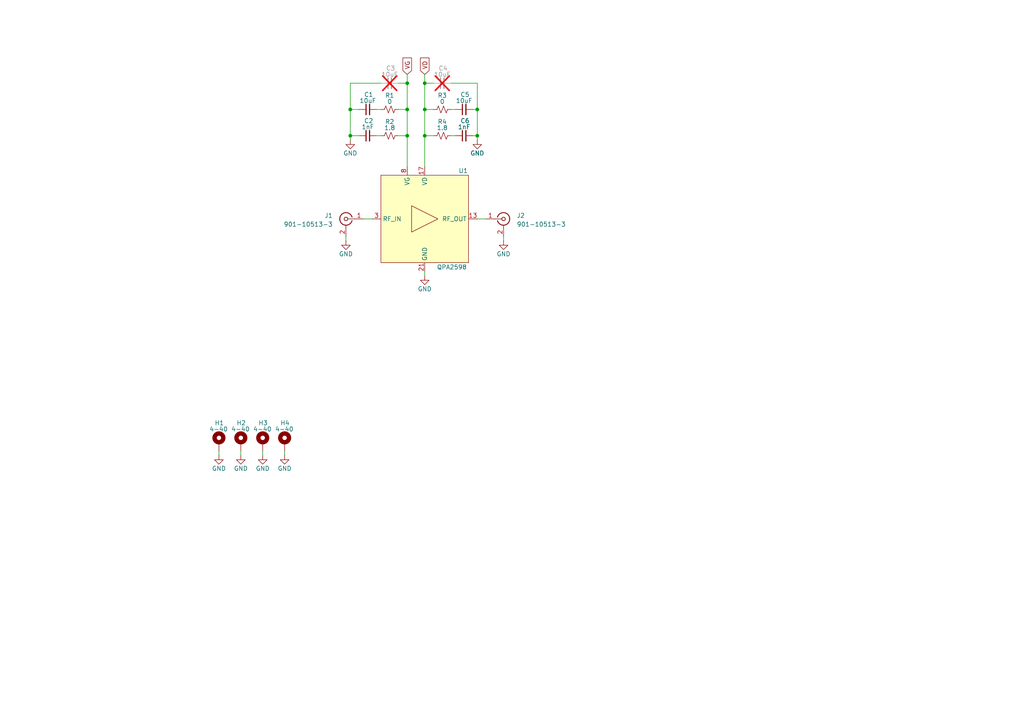
<source format=kicad_sch>
(kicad_sch (version 20231120) (generator "eeschema") (generator_version "8.0")
  (paper "A4")
  (title_block (title "X-Band 4W Amplifier") (date "2024-06-16") (rev "v1.0") (company "openEPR") (comment 1 "Timothy Keller"))
  (lib_symbols
    (symbol "Connector:Conn_Coaxial" (pin_names (offset 1.016) hide)
      (property "Reference" "J" (at 0.254 3.048 0))
      (property "Value" "Conn_Coaxial" (at 2.921 0 90))
      (symbol "Conn_Coaxial_0_1"
        (arc (start -1.778 -0.508) (mid 0.2311 -1.8066) (end 1.778 0) (stroke (width 0.254)))
        (polyline (pts (xy -2.54 0) (xy -0.508 0)))
        (polyline (pts (xy 0 -2.54) (xy 0 -1.778)))
        (circle (center 0 0) (radius 0.508) (stroke (width 0.2032)))
        (arc (start 1.778 0) (mid 0.2099 1.8101) (end -1.778 0.508) (stroke (width 0.254)))
      )
      (symbol "Conn_Coaxial_1_1"
        (pin passive line (at -5.08 0 0) (length 2.54) (name "In") (number "1"))
        (pin passive line (at 0 -5.08 90) (length 2.54) (name "Ext") (number "2"))
      )
    )
    (symbol "Device:C_Small" (pin_numbers hide) (pin_names (offset 0.254) hide)
      (property "Reference" "C" (at 0.254 1.778 0))
      (property "Value" "C_Small" (at 0.254 -2.032 0))
      (symbol "C_Small_0_1"
        (polyline (pts (xy -1.524 -0.508) (xy 1.524 -0.508)) (stroke (width 0.3302)))
        (polyline (pts (xy -1.524 0.508) (xy 1.524 0.508)) (stroke (width 0.3048)))
      )
      (symbol "C_Small_1_1"
        (pin passive line (at 0 2.54 270) (length 2.032) (name "~") (number "1"))
        (pin passive line (at 0 -2.54 90) (length 2.032) (name "~") (number "2"))
      )
    )
    (symbol "Device:R_Small_US" (pin_numbers hide) (pin_names (offset 0.254) hide)
      (property "Reference" "R" (at 0.762 0.508 0))
      (property "Value" "R_Small_US" (at 0.762 -1.016 0))
      (symbol "R_Small_US_1_1"
        (polyline (pts (xy 0 0) (xy 1.016 -0.381) (xy 0 -0.762) (xy -1.016 -1.143) (xy 0 -1.524)))
        (polyline (pts (xy 0 1.524) (xy 1.016 1.143) (xy 0 0.762) (xy -1.016 0.381) (xy 0 0)))
        (pin passive line (at 0 2.54 270) (length 1.016) (name "~") (number "1"))
        (pin passive line (at 0 -2.54 90) (length 1.016) (name "~") (number "2"))
      )
    )
    (symbol "Mechanical:MountingHole_Pad" (pin_numbers hide) (pin_names (offset 1.016) hide)
      (property "Reference" "H" (at 0 6.35 0))
      (property "Value" "MountingHole_Pad" (at 0 4.445 0))
      (symbol "MountingHole_Pad_0_1"
        (circle (center 0 1.27) (radius 1.27) (stroke (width 1.27)))
      )
      (symbol "MountingHole_Pad_1_1"
        (pin input line (at 0 -2.54 90) (length 2.54) (name "1") (number "1"))
      )
    )
    (symbol "_tim-RF:QPA2598"
      (property "Reference" "U" (at 11.43 13.716 0))
      (property "Value" "QPA2598" (at 7.874 -13.97 0))
      (symbol "QPA2598_1_1"
        (rectangle (start -12.7 12.7) (end 12.7 -12.7) (fill (type background)))
        (polyline (pts (xy -3.81 3.81) (xy -3.81 -3.81) (xy 3.81 0) (xy -3.81 3.81)))
        (pin power_in line (at 0 -15.24 90) (length 2.54) hide (name "NC") (number "1"))
        (pin power_in line (at 0 -15.24 90) (length 2.54) hide (name "NC") (number "10"))
        (pin power_in line (at 0 -15.24 90) (length 2.54) hide (name "NC") (number "11"))
        (pin power_in line (at 0 -15.24 90) (length 2.54) hide (name "NC") (number "12"))
        (pin output line (at 15.24 0 180) (length 2.54) (name "RF_OUT") (number "13"))
        (pin power_in line (at 0 -15.24 90) (length 2.54) hide (name "NC") (number "14"))
        (pin power_in line (at 0 -15.24 90) (length 2.54) hide (name "NC") (number "15"))
        (pin power_in line (at 16.51 -15.24 90) (length 2.54) hide (name "NC") (number "16"))
        (pin power_in line (at 0 15.24 270) (length 2.54) (name "VD") (number "17"))
        (pin power_in line (at 0 -15.24 90) (length 2.54) hide (name "NC") (number "18"))
        (pin power_in line (at 16.51 -15.24 90) (length 2.54) hide (name "NC") (number "19"))
        (pin power_in line (at 0 -15.24 90) (length 2.54) hide (name "NC") (number "2"))
        (pin power_in line (at 0 -15.24 90) (length 2.54) hide (name "NC") (number "20"))
        (pin power_in line (at 0 -15.24 90) (length 2.54) (name "GND") (number "21"))
        (pin input line (at -15.24 0 0) (length 2.54) (name "RF_IN") (number "3"))
        (pin power_in line (at 0 -15.24 90) (length 2.54) hide (name "NC") (number "4"))
        (pin power_in line (at 0 -15.24 90) (length 2.54) hide (name "NC") (number "5"))
        (pin power_in line (at 0 -15.24 90) (length 2.54) hide (name "NC") (number "6"))
        (pin power_in line (at 0 -15.24 90) (length 2.54) hide (name "NC") (number "7"))
        (pin power_in line (at -5.08 15.24 270) (length 2.54) (name "VG") (number "8"))
        (pin power_in line (at 0 -15.24 90) (length 2.54) hide (name "NC") (number "9"))
      )
    )
    (symbol "power:GND" (power) (pin_numbers hide) (pin_names (offset 0) hide)
      (property "Value" "GND" (at 0 -3.81 0))
      (symbol "GND_0_1"
        (polyline (pts (xy 0 0) (xy 0 -1.27) (xy 1.27 -1.27) (xy 0 -2.54) (xy -1.27 -1.27) (xy 0 -1.27)))
      )
      (symbol "GND_1_1"
        (pin power_in line (at 0 0 270) (length 0) (name "~") (number "1"))
      )
    )
  )
  (junction (at 118.11 31.75))
  (junction (at 101.6 39.37))
  (junction (at 123.19 24.13))
  (junction (at 123.19 39.37))
  (junction (at 138.43 31.75))
  (junction (at 118.11 24.13))
  (junction (at 123.19 31.75))
  (junction (at 138.43 39.37))
  (junction (at 118.11 39.37))
  (junction (at 101.6 31.75))
  (wire (pts (xy 123.19 31.75) (xy 125.73 31.75)))
  (wire (pts (xy 82.55 130.81) (xy 82.55 132.08)))
  (wire (pts (xy 105.41 63.5) (xy 107.95 63.5)))
  (wire (pts (xy 110.49 24.13) (xy 101.6 24.13)))
  (wire (pts (xy 115.57 31.75) (xy 118.11 31.75)))
  (wire (pts (xy 137.16 31.75) (xy 138.43 31.75)))
  (wire (pts (xy 101.6 39.37) (xy 104.14 39.37)))
  (wire (pts (xy 101.6 31.75) (xy 101.6 39.37)))
  (wire (pts (xy 109.22 39.37) (xy 110.49 39.37)))
  (wire (pts (xy 138.43 24.13) (xy 138.43 31.75)))
  (wire (pts (xy 138.43 63.5) (xy 140.97 63.5)))
  (wire (pts (xy 63.5 130.81) (xy 63.5 132.08)))
  (wire (pts (xy 104.14 31.75) (xy 101.6 31.75)))
  (wire (pts (xy 138.43 31.75) (xy 138.43 39.37)))
  (wire (pts (xy 123.19 39.37) (xy 123.19 48.26)))
  (wire (pts (xy 118.11 24.13) (xy 118.11 31.75)))
  (wire (pts (xy 123.19 24.13) (xy 123.19 31.75)))
  (wire (pts (xy 123.19 78.74) (xy 123.19 80.01)))
  (wire (pts (xy 118.11 31.75) (xy 118.11 39.37)))
  (wire (pts (xy 123.19 21.59) (xy 123.19 24.13)))
  (wire (pts (xy 118.11 21.59) (xy 118.11 24.13)))
  (wire (pts (xy 115.57 24.13) (xy 118.11 24.13)))
  (wire (pts (xy 101.6 40.64) (xy 101.6 39.37)))
  (wire (pts (xy 123.19 24.13) (xy 125.73 24.13)))
  (wire (pts (xy 130.81 24.13) (xy 138.43 24.13)))
  (wire (pts (xy 76.2 130.81) (xy 76.2 132.08)))
  (wire (pts (xy 100.33 68.58) (xy 100.33 69.85)))
  (wire (pts (xy 123.19 31.75) (xy 123.19 39.37)))
  (wire (pts (xy 137.16 39.37) (xy 138.43 39.37)))
  (wire (pts (xy 132.08 39.37) (xy 130.81 39.37)))
  (wire (pts (xy 125.73 39.37) (xy 123.19 39.37)))
  (wire (pts (xy 146.05 68.58) (xy 146.05 69.85)))
  (wire (pts (xy 115.57 39.37) (xy 118.11 39.37)))
  (wire (pts (xy 109.22 31.75) (xy 110.49 31.75)))
  (wire (pts (xy 118.11 39.37) (xy 118.11 48.26)))
  (wire (pts (xy 138.43 39.37) (xy 138.43 40.64)))
  (wire (pts (xy 101.6 24.13) (xy 101.6 31.75)))
  (wire (pts (xy 69.85 130.81) (xy 69.85 132.08)))
  (wire (pts (xy 130.81 31.75) (xy 132.08 31.75)))
  (global_label "VD" (shape input) (at 123.19 21.59 90) (property "Intersheetrefs" "${INTERSHEET_REFS}" (effects (hide yes))))
  (global_label "VG" (shape input) (at 118.11 21.59 90) (property "Intersheetrefs" "${INTERSHEET_REFS}" (effects (hide yes))))
  (symbol (lib_id "Device:C_Small") (at 134.62 39.37 90) (unit 1)
    (property "Reference" "C6" (at 134.874 35.052 90))
    (property "Value" "1nF" (at 134.62 36.83 90))
    (property "Footprint" "Capacitor_SMD:C_0402_1005Metric" (effects (hide yes)))
    (property "Description" "Unpolarized capacitor, small symbol" (effects (hide yes)))
  )
  (symbol (lib_id "Device:C_Small") (at 106.68 39.37 90) (unit 1)
    (property "Reference" "C2" (at 106.934 35.052 90))
    (property "Value" "1nF" (at 106.68 36.83 90))
    (property "Footprint" "Capacitor_SMD:C_0402_1005Metric" (effects (hide yes)))
    (property "Description" "Unpolarized capacitor, small symbol" (effects (hide yes)))
  )
  (symbol (lib_id "_tim-RF:QPA2598") (at 123.19 63.5 0) (unit 1)
    (property "Reference" "U1" (at 134.366 49.53 0))
    (property "Value" "QPA2598" (at 131.064 77.47 0))
    (property "Footprint" "Package_DFN_QFN:QFN-20-1EP_4x4mm_P0.5mm_EP2.5x2.5mm_ThermalVias" (effects (hide yes)))
    (property "Datasheet" "https://www.mouser.com/datasheet/2/412/QPA2598_Data_Sheet-1730038.pdf" (effects (hide yes)))
    (property "Description" "6 - 12 GHz, 2.5 Watt GaN Power Amplifier" (effects (hide yes)))
  )
  (symbol (lib_id "Device:R_Small_US") (at 113.03 39.37 90) (unit 1)
    (property "Reference" "R2" (at 113.03 35.306 90))
    (property "Value" "1.8" (at 113.03 37.084 90))
    (property "Footprint" "Resistor_SMD:R_0402_1005Metric" (effects (hide yes)))
    (property "Description" "Resistor, small US symbol" (effects (hide yes)))
  )
  (symbol (lib_id "power:GND") (at 146.05 69.85 0) (unit 1)
    (property "Reference" "#PWR011" (effects (hide yes)))
    (property "Value" "GND" (at 146.05 73.66 0))
    (property "Description" "Power symbol creates a global label with name \"GND\" , ground" (effects (hide yes)))
  )
  (symbol (lib_id "power:GND") (at 123.19 80.01 0) (unit 1)
    (property "Reference" "#PWR09" (effects (hide yes)))
    (property "Value" "GND" (at 123.19 83.82 0))
    (property "Description" "Power symbol creates a global label with name \"GND\" , ground" (effects (hide yes)))
  )
  (symbol (lib_id "power:GND") (at 138.43 40.64 0) (unit 1)
    (property "Reference" "#PWR010" (effects (hide yes)))
    (property "Value" "GND" (at 138.43 44.45 0))
    (property "Description" "Power symbol creates a global label with name \"GND\" , ground" (effects (hide yes)))
  )
  (symbol (lib_id "Device:R_Small_US") (at 113.03 31.75 90) (unit 1)
    (property "Reference" "R1" (at 113.03 27.686 90))
    (property "Value" "0" (at 113.03 29.464 90))
    (property "Footprint" "Resistor_SMD:R_0402_1005Metric" (effects (hide yes)))
    (property "Description" "Resistor, small US symbol" (effects (hide yes)))
  )
  (symbol (lib_id "Connector:Conn_Coaxial") (at 146.05 63.5 0) (unit 1)
    (property "Reference" "J2" (at 149.86 62.5231 0) (effects (justify left)))
    (property "Value" "901-10513-3" (at 149.86 65.0631 0) (effects (justify left)))
    (property "Footprint" "_tim-RF:AMPHENOL_901-10513-3_EDGE_LAUNCH_Female" (effects (hide yes)))
    (property "Datasheet" " ~" (effects (hide yes)))
    (property "Description" "coaxial connector (BNC, SMA, SMB, SMC, Cinch/RCA, LEMO, ...)" (effects (hide yes)))
  )
  (symbol (lib_id "Device:C_Small") (at 113.03 24.13 90) (unit 1) (dnp yes)
    (property "Reference" "C3" (at 113.284 19.812 90))
    (property "Value" "10uF" (at 113.03 21.59 90))
    (property "Footprint" "Capacitor_SMD:C_0805_2012Metric" (effects (hide yes)))
    (property "Description" "Unpolarized capacitor, small symbol" (effects (hide yes)))
  )
  (symbol (lib_id "power:GND") (at 100.33 69.85 0) (unit 1)
    (property "Reference" "#PWR07" (effects (hide yes)))
    (property "Value" "GND" (at 100.33 73.66 0))
    (property "Description" "Power symbol creates a global label with name \"GND\" , ground" (effects (hide yes)))
  )
  (symbol (lib_id "power:GND") (at 82.55 132.08 0) (unit 1)
    (property "Reference" "#PWR04" (effects (hide yes)))
    (property "Value" "GND" (at 82.55 135.89 0))
    (property "Description" "Power symbol creates a global label with name \"GND\" , ground" (effects (hide yes)))
  )
  (symbol (lib_id "Device:C_Small") (at 128.27 24.13 90) (unit 1) (dnp yes)
    (property "Reference" "C4" (at 128.524 19.812 90))
    (property "Value" "10uF" (at 128.27 21.59 90))
    (property "Footprint" "Capacitor_SMD:C_0805_2012Metric" (effects (hide yes)))
    (property "Description" "Unpolarized capacitor, small symbol" (effects (hide yes)))
  )
  (symbol (lib_id "power:GND") (at 69.85 132.08 0) (unit 1)
    (property "Reference" "#PWR02" (effects (hide yes)))
    (property "Value" "GND" (at 69.85 135.89 0))
    (property "Description" "Power symbol creates a global label with name \"GND\" , ground" (effects (hide yes)))
  )
  (symbol (lib_id "Mechanical:MountingHole_Pad") (at 69.85 128.27 0) (unit 1)
    (property "Reference" "H2" (at 68.58 122.682 0) (effects (justify left)))
    (property "Value" "4-40" (at 67.056 124.46 0) (effects (justify left)))
    (property "Footprint" "_tim-Mounting-Holes:4-40_Hole_Pad" (effects (hide yes)))
    (property "Description" "Mounting Hole with connection" (effects (hide yes)))
  )
  (symbol (lib_id "Device:C_Small") (at 134.62 31.75 90) (unit 1)
    (property "Reference" "C5" (at 134.874 27.432 90))
    (property "Value" "10uF" (at 134.62 29.21 90))
    (property "Footprint" "Capacitor_SMD:C_1206_3216Metric" (effects (hide yes)))
    (property "Description" "Unpolarized capacitor, small symbol" (effects (hide yes)))
  )
  (symbol (lib_id "Mechanical:MountingHole_Pad") (at 63.5 128.27 0) (unit 1)
    (property "Reference" "H1" (at 62.23 122.682 0) (effects (justify left)))
    (property "Value" "4-40" (at 60.706 124.46 0) (effects (justify left)))
    (property "Footprint" "_tim-Mounting-Holes:4-40_Hole_Pad" (effects (hide yes)))
    (property "Description" "Mounting Hole with connection" (effects (hide yes)))
  )
  (symbol (lib_id "power:GND") (at 101.6 40.64 0) (unit 1)
    (property "Reference" "#PWR08" (effects (hide yes)))
    (property "Value" "GND" (at 101.6 44.45 0))
    (property "Description" "Power symbol creates a global label with name \"GND\" , ground" (effects (hide yes)))
  )
  (symbol (lib_id "Device:C_Small") (at 106.68 31.75 90) (unit 1)
    (property "Reference" "C1" (at 106.934 27.432 90))
    (property "Value" "10uF" (at 106.68 29.21 90))
    (property "Footprint" "Capacitor_SMD:C_1206_3216Metric" (effects (hide yes)))
    (property "Description" "Unpolarized capacitor, small symbol" (effects (hide yes)))
  )
  (symbol (lib_id "Connector:Conn_Coaxial") (at 100.33 63.5 0) (mirror y) (unit 1)
    (property "Reference" "J1" (at 96.52 62.5231 0) (effects (justify left)))
    (property "Value" "901-10513-3" (at 96.52 65.0631 0) (effects (justify left)))
    (property "Footprint" "_tim-RF:AMPHENOL_901-10513-3_EDGE_LAUNCH_Female" (effects (hide yes)))
    (property "Datasheet" " ~" (effects (hide yes)))
    (property "Description" "coaxial connector (BNC, SMA, SMB, SMC, Cinch/RCA, LEMO, ...)" (effects (hide yes)))
  )
  (symbol (lib_id "power:GND") (at 63.5 132.08 0) (unit 1)
    (property "Reference" "#PWR01" (effects (hide yes)))
    (property "Value" "GND" (at 63.5 135.89 0))
    (property "Description" "Power symbol creates a global label with name \"GND\" , ground" (effects (hide yes)))
  )
  (symbol (lib_id "Device:R_Small_US") (at 128.27 31.75 90) (unit 1)
    (property "Reference" "R3" (at 128.27 27.686 90))
    (property "Value" "0" (at 128.27 29.464 90))
    (property "Footprint" "Resistor_SMD:R_0402_1005Metric" (effects (hide yes)))
    (property "Description" "Resistor, small US symbol" (effects (hide yes)))
  )
  (symbol (lib_id "Device:R_Small_US") (at 128.27 39.37 90) (unit 1)
    (property "Reference" "R4" (at 128.27 35.306 90))
    (property "Value" "1.8" (at 128.27 37.084 90))
    (property "Footprint" "Resistor_SMD:R_0402_1005Metric" (effects (hide yes)))
    (property "Description" "Resistor, small US symbol" (effects (hide yes)))
  )
  (symbol (lib_id "Mechanical:MountingHole_Pad") (at 82.55 128.27 0) (unit 1)
    (property "Reference" "H4" (at 81.28 122.682 0) (effects (justify left)))
    (property "Value" "4-40" (at 79.756 124.46 0) (effects (justify left)))
    (property "Footprint" "_tim-Mounting-Holes:4-40_Hole_Pad" (effects (hide yes)))
    (property "Description" "Mounting Hole with connection" (effects (hide yes)))
  )
  (symbol (lib_id "Mechanical:MountingHole_Pad") (at 76.2 128.27 0) (unit 1)
    (property "Reference" "H3" (at 74.93 122.682 0) (effects (justify left)))
    (property "Value" "4-40" (at 73.406 124.46 0) (effects (justify left)))
    (property "Footprint" "_tim-Mounting-Holes:4-40_Hole_Pad" (effects (hide yes)))
    (property "Description" "Mounting Hole with connection" (effects (hide yes)))
  )
  (symbol (lib_id "power:GND") (at 76.2 132.08 0) (unit 1)
    (property "Reference" "#PWR03" (effects (hide yes)))
    (property "Value" "GND" (at 76.2 135.89 0))
    (property "Description" "Power symbol creates a global label with name \"GND\" , ground" (effects (hide yes)))
  )
)
</source>
